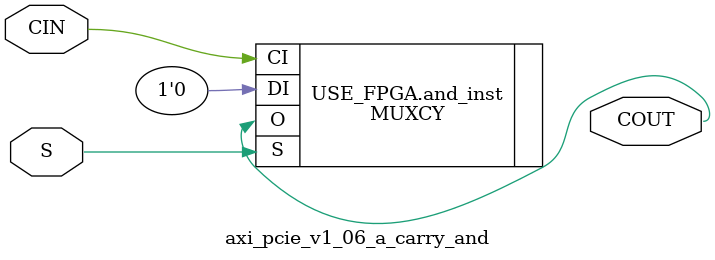
<source format=v>
`timescale 1ns/100ps


module axi_pcie_v1_06_a_carry_and #
  (
   parameter         C_FAMILY                         = "virtex6"
                       // FPGA Family. Current version: virtex6 or spartan6.
   )
  (
   input  wire        CIN,
   input  wire        S,
   output wire        COUT
   );
  
  
  /////////////////////////////////////////////////////////////////////////////
  // Variables for generating parameter controlled instances.
  /////////////////////////////////////////////////////////////////////////////
  
  
  /////////////////////////////////////////////////////////////////////////////
  // Local params
  /////////////////////////////////////////////////////////////////////////////
  
  
  /////////////////////////////////////////////////////////////////////////////
  // Functions
  /////////////////////////////////////////////////////////////////////////////
  
  
  /////////////////////////////////////////////////////////////////////////////
  // Internal signals
  /////////////////////////////////////////////////////////////////////////////

  
  /////////////////////////////////////////////////////////////////////////////
  // Instantiate or use RTL code
  /////////////////////////////////////////////////////////////////////////////
  
  generate
    if ( C_FAMILY == "rtl" ) begin : USE_RTL
      assign COUT = CIN & S;
      
    end else begin : USE_FPGA
      MUXCY and_inst 
      (
       .O (COUT), 
       .CI (CIN), 
       .DI (1'b0), 
       .S (S)
      ); 
      
    end
  endgenerate
  
  
endmodule

</source>
